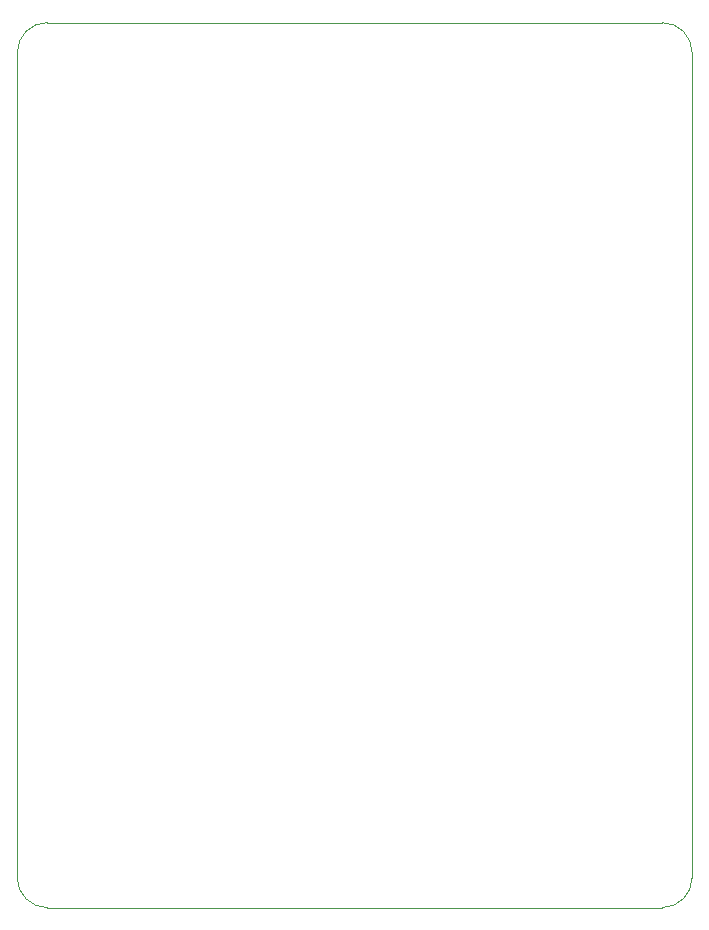
<source format=gm1>
G04 #@! TF.GenerationSoftware,KiCad,Pcbnew,(5.1.2)-2*
G04 #@! TF.CreationDate,2019-08-06T13:22:13-07:00*
G04 #@! TF.ProjectId,first-keyboard,66697273-742d-46b6-9579-626f6172642e,rev?*
G04 #@! TF.SameCoordinates,Original*
G04 #@! TF.FileFunction,Profile,NP*
%FSLAX46Y46*%
G04 Gerber Fmt 4.6, Leading zero omitted, Abs format (unit mm)*
G04 Created by KiCad (PCBNEW (5.1.2)-2) date 2019-08-06 13:22:13*
%MOMM*%
%LPD*%
G04 APERTURE LIST*
%ADD10C,0.050000*%
G04 APERTURE END LIST*
D10*
X126746000Y-56134000D02*
X74676000Y-56134000D01*
X129286000Y-58674000D02*
X129286000Y-128524000D01*
X126746000Y-56134000D02*
G75*
G02X129286000Y-58674000I0J-2540000D01*
G01*
X72136000Y-58674000D02*
X72136000Y-128524000D01*
X72136000Y-58674000D02*
G75*
G02X74676000Y-56134000I2540000J0D01*
G01*
X129286000Y-128524000D02*
G75*
G02X126746000Y-131064000I-2540000J0D01*
G01*
X74676000Y-131064000D02*
X126746000Y-131064000D01*
X74676000Y-131064000D02*
G75*
G02X72136000Y-128524000I0J2540000D01*
G01*
M02*

</source>
